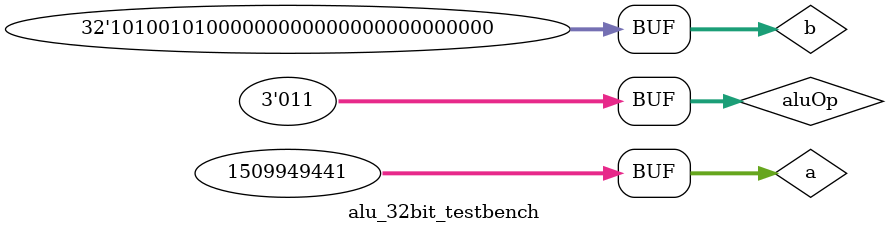
<source format=v>

`define DELAY 20
module alu_32bit_testbench();

wire [31:0] r;
wire co;
wire z;

reg [2:0] aluOp;
reg [31:0] a;
reg [31:0] b;

alu_32bit test_alu (
	.r(r),
	.co(co),
	.z(z),
	
	.aluOp(aluOp),
	.a(a),
	.b(b)
	);

initial begin
	aluOp = 3'b000;
	a = 32'b 0000_0000_0000_0000_0000_0000_0000_0001;
	b = 32'b 0000_0000_0000_0000_0000_0000_0000_0001;
	#`DELAY;
	
	aluOp = 3'b000;
	a = 32'b 1000_0000_0000_0000_0000_0000_0000_0001;
	b = 32'b 0000_0000_0000_0000_0000_0000_0000_0000;
	#`DELAY;
	
	aluOp = 3'b001;
	a = 32'b 1000_0000_0000_0000_0000_0000_0000_0001;
	b = 32'b 0000_0000_0000_0000_0000_0000_0000_0000;
	#`DELAY;
	
	aluOp = 3'b001;
	a = 32'b 1111_0000_1111_0000_1111_0000_1111_0001;
	b = 32'b 0000_1111_0000_1111_0000_1111_0000_0000;
	#`DELAY;
	
	aluOp = 3'b010;
	a = 32'b 1111_1111_1111_1111_1111_1111_1111_1111;
	b = 32'b 1111_1111_1111_1111_1111_1111_1111_1111;
	#`DELAY;
	
	aluOp = 3'b110;
	a = 32'b 1111_1111_1111_1111_1111_1111_1111_1111;
	b = 32'b 1111_1111_1111_1111_1111_1111_1111_1111;
	#`DELAY;
	
	aluOp = 3'b110;
	a = 32'b 1111_1111_1111_1111_1111_1111_1111_1111;
	b = 32'b 0111_1111_1111_1111_1111_1111_1111_1111;
	#`DELAY;
	
	aluOp = 3'b011;
	a = 32'b 0000_0000_0000_0000_0000_0000_0000_0001;
	b = 32'b 0000_0000_0000_0000_0000_0000_0000_0001;
	#`DELAY;
	
	aluOp = 3'b011;
	a = 32'b 0101_1010_0000_0000_0000_0000_0000_0001;
	b = 32'b 1010_0101_0000_0000_0000_0000_0000_0000;
	#`DELAY;
	
end
 
 
initial begin
	$monitor("aluOp = %3b, a = %32b, b = %32b, result = %32b, co = %1b, z = %1b", aluOp, a, b, r, co, z);
end
 
endmodule





</source>
